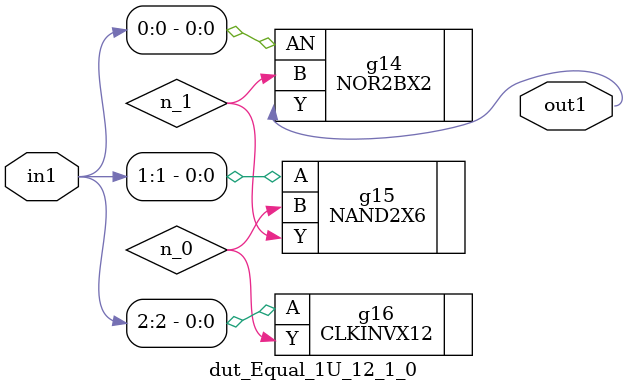
<source format=v>
`timescale 1ps / 1ps


module dut_Equal_1U_12_1_0(in1, out1);
  input [2:0] in1;
  output out1;
  wire [2:0] in1;
  wire out1;
  wire n_0, n_1;
  NOR2BX2 g14(.AN (in1[0]), .B (n_1), .Y (out1));
  NAND2X6 g15(.A (in1[1]), .B (n_0), .Y (n_1));
  CLKINVX12 g16(.A (in1[2]), .Y (n_0));
endmodule



</source>
